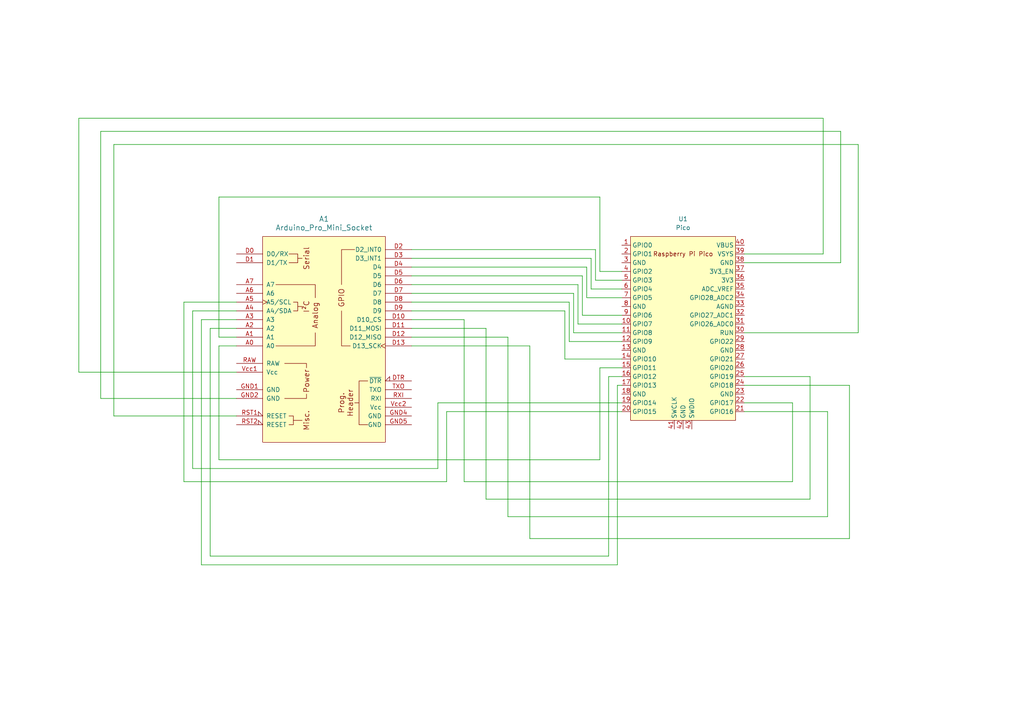
<source format=kicad_sch>
(kicad_sch (version 20231120) (generator "eeschema") (generator_version "8.0")
  (paper "A4")
  (title_block (title "MZ80K_SD_Pico2 / PC8001_SD_Pico2"))
  (lib_symbols
    (symbol "MCU_RaspberryPi_and_Boards:Pico"
      (property "Reference" "U" (at -13.97 27.94 0))
      (property "Value" "Pico" (at 0 19.05 0))
      (symbol "Pico_0_0"
        (text "Raspberry Pi Pico" (at 0 21.59 0) (effects (font (size 1.27 1.27))))
      )
      (symbol "Pico_0_1"
        (rectangle (start -15.24 26.67) (end 15.24 -26.67) (fill (type background)))
      )
      (symbol "Pico_1_1"
        (pin bidirectional line (at -17.78 24.13 0) (length 2.54) (name "GPIO0") (number "1"))
        (pin bidirectional line (at -17.78 1.27 0) (length 2.54) (name "GPIO7") (number "10"))
        (pin bidirectional line (at -17.78 -1.27 0) (length 2.54) (name "GPIO8") (number "11"))
        (pin bidirectional line (at -17.78 -3.81 0) (length 2.54) (name "GPIO9") (number "12"))
        (pin power_in line (at -17.78 -6.35 0) (length 2.54) (name "GND") (number "13"))
        (pin bidirectional line (at -17.78 -8.89 0) (length 2.54) (name "GPIO10") (number "14"))
        (pin bidirectional line (at -17.78 -11.43 0) (length 2.54) (name "GPIO11") (number "15"))
        (pin bidirectional line (at -17.78 -13.97 0) (length 2.54) (name "GPIO12") (number "16"))
        (pin bidirectional line (at -17.78 -16.51 0) (length 2.54) (name "GPIO13") (number "17"))
        (pin power_in line (at -17.78 -19.05 0) (length 2.54) (name "GND") (number "18"))
        (pin bidirectional line (at -17.78 -21.59 0) (length 2.54) (name "GPIO14") (number "19"))
        (pin bidirectional line (at -17.78 21.59 0) (length 2.54) (name "GPIO1") (number "2"))
        (pin bidirectional line (at -17.78 -24.13 0) (length 2.54) (name "GPIO15") (number "20"))
        (pin bidirectional line (at 17.78 -24.13 180) (length 2.54) (name "GPIO16") (number "21"))
        (pin bidirectional line (at 17.78 -21.59 180) (length 2.54) (name "GPIO17") (number "22"))
        (pin power_in line (at 17.78 -19.05 180) (length 2.54) (name "GND") (number "23"))
        (pin bidirectional line (at 17.78 -16.51 180) (length 2.54) (name "GPIO18") (number "24"))
        (pin bidirectional line (at 17.78 -13.97 180) (length 2.54) (name "GPIO19") (number "25"))
        (pin bidirectional line (at 17.78 -11.43 180) (length 2.54) (name "GPIO20") (number "26"))
        (pin bidirectional line (at 17.78 -8.89 180) (length 2.54) (name "GPIO21") (number "27"))
        (pin power_in line (at 17.78 -6.35 180) (length 2.54) (name "GND") (number "28"))
        (pin bidirectional line (at 17.78 -3.81 180) (length 2.54) (name "GPIO22") (number "29"))
        (pin power_in line (at -17.78 19.05 0) (length 2.54) (name "GND") (number "3"))
        (pin input line (at 17.78 -1.27 180) (length 2.54) (name "RUN") (number "30"))
        (pin bidirectional line (at 17.78 1.27 180) (length 2.54) (name "GPIO26_ADC0") (number "31"))
        (pin bidirectional line (at 17.78 3.81 180) (length 2.54) (name "GPIO27_ADC1") (number "32"))
        (pin power_in line (at 17.78 6.35 180) (length 2.54) (name "AGND") (number "33"))
        (pin bidirectional line (at 17.78 8.89 180) (length 2.54) (name "GPIO28_ADC2") (number "34"))
        (pin power_in line (at 17.78 11.43 180) (length 2.54) (name "ADC_VREF") (number "35"))
        (pin power_in line (at 17.78 13.97 180) (length 2.54) (name "3V3") (number "36"))
        (pin input line (at 17.78 16.51 180) (length 2.54) (name "3V3_EN") (number "37"))
        (pin bidirectional line (at 17.78 19.05 180) (length 2.54) (name "GND") (number "38"))
        (pin power_in line (at 17.78 21.59 180) (length 2.54) (name "VSYS") (number "39"))
        (pin bidirectional line (at -17.78 16.51 0) (length 2.54) (name "GPIO2") (number "4"))
        (pin power_in line (at 17.78 24.13 180) (length 2.54) (name "VBUS") (number "40"))
        (pin input line (at -2.54 -29.21 90) (length 2.54) (name "SWCLK") (number "41"))
        (pin power_in line (at 0 -29.21 90) (length 2.54) (name "GND") (number "42"))
        (pin bidirectional line (at 2.54 -29.21 90) (length 2.54) (name "SWDIO") (number "43"))
        (pin bidirectional line (at -17.78 13.97 0) (length 2.54) (name "GPIO3") (number "5"))
        (pin bidirectional line (at -17.78 11.43 0) (length 2.54) (name "GPIO4") (number "6"))
        (pin bidirectional line (at -17.78 8.89 0) (length 2.54) (name "GPIO5") (number "7"))
        (pin power_in line (at -17.78 6.35 0) (length 2.54) (name "GND") (number "8"))
        (pin bidirectional line (at -17.78 3.81 0) (length 2.54) (name "GPIO6") (number "9"))
      )
    )
    (symbol "PCM_arduino-library:Arduino_Pro_Mini_Socket" (pin_names (offset 1.016))
      (property "Reference" "A" (at 0 36.83 0))
      (property "Value" "Arduino_Pro_Mini_Socket" (at 0 33.02 0))
      (symbol "Arduino_Pro_Mini_Socket_0_0"
        (rectangle (start -17.78 30.48) (end 17.78 -29.21) (fill (type background)))
        (polyline (pts (xy -7.62 10.16) (xy -6.35 10.16)))
        (polyline (pts (xy -7.62 24.13) (xy -6.35 24.13)))
        (polyline (pts (xy -6.35 -22.86) (xy -8.89 -22.86)))
        (polyline (pts (xy -11.43 -16.51) (xy -5.08 -16.51) (xy -5.08 -15.24)))
        (polyline (pts (xy -5.08 -7.62) (xy -5.08 -6.35) (xy -11.43 -6.35)))
        (polyline (pts (xy -2.54 2.54) (xy -2.54 -1.27) (xy -13.97 -1.27)))
        (polyline (pts (xy -2.54 12.7) (xy -2.54 16.51) (xy -13.97 16.51)))
        (polyline (pts (xy -10.16 25.4) (xy -7.62 25.4) (xy -7.62 22.86) (xy -10.16 22.86)))
        (polyline (pts (xy -8.89 11.43) (xy -7.62 11.43) (xy -7.62 8.89) (xy -8.89 8.89)))
        (polyline (pts (xy 12.7 -11.43) (xy 10.16 -11.43) (xy 10.16 -16.51) (xy 10.16 -17.78) (xy 8.89 -17.78) (xy 10.16 -17.78) (xy 10.16 -24.13) (xy 12.7 -24.13)))
        (text "Analog" (at -2.54 7.62 900) (effects (font (size 1.524 1.524))))
        (text "Header" (at 7.62 -17.78 900) (effects (font (size 1.524 1.524))))
        (text "I²C" (at -5.08 10.16 900) (effects (font (size 1.524 1.524))))
        (text "Misc." (at -5.08 -22.86 900) (effects (font (size 1.524 1.524))))
        (text "Power" (at -5.08 -11.43 900) (effects (font (size 1.524 1.524))))
        (text "Prog." (at 5.08 -17.78 900) (effects (font (size 1.524 1.524))))
        (text "Serial" (at -5.08 24.13 900) (effects (font (size 1.524 1.524))))
      )
      (symbol "Arduino_Pro_Mini_Socket_0_1"
        (polyline (pts (xy 7.62 -1.27) (xy 5.08 -1.27) (xy 5.08 8.89)))
        (polyline (pts (xy 8.89 26.67) (xy 5.08 26.67) (xy 5.08 16.51)))
        (polyline (pts (xy -10.16 -24.13) (xy -8.89 -24.13) (xy -8.89 -21.59) (xy -10.16 -21.59)))
      )
      (symbol "Arduino_Pro_Mini_Socket_1_0"
        (text "GPIO" (at 5.08 12.7 900) (effects (font (size 1.524 1.524))))
      )
      (symbol "Arduino_Pro_Mini_Socket_1_1"
        (pin bidirectional line (at -25.4 -1.27 0) (length 7.62) (name "A0") (number "A0"))
        (pin bidirectional line (at -25.4 1.27 0) (length 7.62) (name "A1") (number "A1"))
        (pin bidirectional line (at -25.4 3.81 0) (length 7.62) (name "A2") (number "A2"))
        (pin bidirectional line (at -25.4 6.35 0) (length 7.62) (name "A3") (number "A3"))
        (pin bidirectional line (at -25.4 8.89 0) (length 7.62) (name "A4/SDA") (number "A4"))
        (pin bidirectional clock (at -25.4 11.43 0) (length 7.62) (name "A5/SCL") (number "A5"))
        (pin input line (at -25.4 13.97 0) (length 7.62) (name "A6") (number "A6"))
        (pin input line (at -25.4 16.51 0) (length 7.62) (name "A7") (number "A7"))
        (pin bidirectional line (at -25.4 25.4 0) (length 7.62) (name "D0/RX") (number "D0"))
        (pin bidirectional line (at -25.4 22.86 0) (length 7.62) (name "D1/TX") (number "D1"))
        (pin bidirectional line (at 25.4 6.35 180) (length 7.62) (name "D10_CS") (number "D10"))
        (pin bidirectional line (at 25.4 3.81 180) (length 7.62) (name "D11_MOSI") (number "D11"))
        (pin bidirectional line (at 25.4 1.27 180) (length 7.62) (name "D12_MISO") (number "D12"))
        (pin bidirectional clock (at 25.4 -1.27 180) (length 7.62) (name "D13_SCK") (number "D13"))
        (pin bidirectional line (at 25.4 26.67 180) (length 7.62) (name "D2_INT0") (number "D2"))
        (pin bidirectional line (at 25.4 24.13 180) (length 7.62) (name "D3_INT1") (number "D3"))
        (pin bidirectional line (at 25.4 21.59 180) (length 7.62) (name "D4") (number "D4"))
        (pin bidirectional line (at 25.4 19.05 180) (length 7.62) (name "D5") (number "D5"))
        (pin bidirectional line (at 25.4 16.51 180) (length 7.62) (name "D6") (number "D6"))
        (pin bidirectional line (at 25.4 13.97 180) (length 7.62) (name "D7") (number "D7"))
        (pin bidirectional line (at 25.4 11.43 180) (length 7.62) (name "D8") (number "D8"))
        (pin bidirectional line (at 25.4 8.89 180) (length 7.62) (name "D9") (number "D9"))
        (pin input input_low (at 25.4 -11.43 180) (length 7.62) (name "~{DTR}") (number "DTR"))
        (pin power_in line (at -25.4 -13.97 0) (length 7.62) (name "GND") (number "GND1"))
        (pin power_in line (at -25.4 -16.51 0) (length 7.62) (name "GND") (number "GND2"))
        (pin power_in line (at 25.4 -21.59 180) (length 7.62) (name "GND") (number "GND4"))
        (pin power_in line (at 25.4 -24.13 180) (length 7.62) (name "GND") (number "GND5"))
        (pin power_in line (at -25.4 -6.35 0) (length 7.62) (name "RAW") (number "RAW"))
        (pin open_collector input_low (at -25.4 -21.59 0) (length 7.62) (name "RESET") (number "RST1"))
        (pin open_collector input_low (at -25.4 -24.13 0) (length 7.62) (name "RESET") (number "RST2"))
        (pin input line (at 25.4 -16.51 180) (length 7.62) (name "RXI") (number "RXI"))
        (pin output line (at 25.4 -13.97 180) (length 7.62) (name "TXO") (number "TXO"))
        (pin power_in line (at -25.4 -8.89 0) (length 7.62) (name "Vcc") (number "Vcc1"))
        (pin power_in line (at 25.4 -19.05 180) (length 7.62) (name "Vcc") (number "Vcc2"))
      )
    )
  )
  (wire (pts (xy 119.38 92.71) (xy 134.62 92.71)))
  (wire (pts (xy 173.99 133.35) (xy 173.99 106.68)))
  (wire (pts (xy 246.38 156.21) (xy 246.38 111.76)))
  (wire (pts (xy 165.1 99.06) (xy 180.34 99.06)))
  (wire (pts (xy 58.42 92.71) (xy 58.42 163.83)))
  (wire (pts (xy 68.58 92.71) (xy 58.42 92.71)))
  (wire (pts (xy 167.64 82.55) (xy 167.64 93.98)))
  (wire (pts (xy 165.1 87.63) (xy 165.1 99.06)))
  (wire (pts (xy 229.87 116.84) (xy 215.9 116.84)))
  (wire (pts (xy 179.07 163.83) (xy 179.07 111.76)))
  (wire (pts (xy 248.92 96.52) (xy 215.9 96.52)))
  (wire (pts (xy 147.32 97.79) (xy 147.32 149.86)))
  (wire (pts (xy 147.32 149.86) (xy 240.03 149.86)))
  (wire (pts (xy 168.91 80.01) (xy 168.91 91.44)))
  (wire (pts (xy 119.38 74.93) (xy 171.45 74.93)))
  (wire (pts (xy 234.95 109.22) (xy 215.9 109.22)))
  (wire (pts (xy 68.58 107.95) (xy 22.86 107.95)))
  (wire (pts (xy 240.03 149.86) (xy 240.03 119.38)))
  (wire (pts (xy 68.58 120.65) (xy 33.02 120.65)))
  (wire (pts (xy 63.5 100.33) (xy 63.5 133.35)))
  (wire (pts (xy 22.86 34.29) (xy 238.76 34.29)))
  (wire (pts (xy 129.54 139.7) (xy 129.54 119.38)))
  (wire (pts (xy 171.45 83.82) (xy 180.34 83.82)))
  (wire (pts (xy 68.58 90.17) (xy 55.88 90.17)))
  (wire (pts (xy 129.54 119.38) (xy 180.34 119.38)))
  (wire (pts (xy 29.21 38.1) (xy 243.84 38.1)))
  (wire (pts (xy 33.02 120.65) (xy 33.02 41.91)))
  (wire (pts (xy 238.76 34.29) (xy 238.76 73.66)))
  (wire (pts (xy 55.88 135.89) (xy 127 135.89)))
  (wire (pts (xy 176.53 109.22) (xy 180.34 109.22)))
  (wire (pts (xy 173.99 106.68) (xy 180.34 106.68)))
  (wire (pts (xy 153.67 100.33) (xy 153.67 156.21)))
  (wire (pts (xy 127 135.89) (xy 127 116.84)))
  (wire (pts (xy 119.38 100.33) (xy 153.67 100.33)))
  (wire (pts (xy 248.92 41.91) (xy 248.92 96.52)))
  (wire (pts (xy 163.83 104.14) (xy 180.34 104.14)))
  (wire (pts (xy 140.97 144.78) (xy 234.95 144.78)))
  (wire (pts (xy 119.38 87.63) (xy 165.1 87.63)))
  (wire (pts (xy 60.96 161.29) (xy 176.53 161.29)))
  (wire (pts (xy 170.18 86.36) (xy 180.34 86.36)))
  (wire (pts (xy 119.38 72.39) (xy 172.72 72.39)))
  (wire (pts (xy 53.34 87.63) (xy 53.34 139.7)))
  (wire (pts (xy 243.84 38.1) (xy 243.84 76.2)))
  (wire (pts (xy 140.97 95.25) (xy 140.97 144.78)))
  (wire (pts (xy 153.67 156.21) (xy 246.38 156.21)))
  (wire (pts (xy 171.45 74.93) (xy 171.45 83.82)))
  (wire (pts (xy 176.53 161.29) (xy 176.53 109.22)))
  (wire (pts (xy 172.72 72.39) (xy 172.72 81.28)))
  (wire (pts (xy 173.99 57.15) (xy 173.99 78.74)))
  (wire (pts (xy 166.37 85.09) (xy 166.37 96.52)))
  (wire (pts (xy 68.58 87.63) (xy 53.34 87.63)))
  (wire (pts (xy 163.83 90.17) (xy 163.83 104.14)))
  (wire (pts (xy 22.86 107.95) (xy 22.86 34.29)))
  (wire (pts (xy 166.37 96.52) (xy 180.34 96.52)))
  (wire (pts (xy 63.5 57.15) (xy 173.99 57.15)))
  (wire (pts (xy 33.02 41.91) (xy 248.92 41.91)))
  (wire (pts (xy 60.96 95.25) (xy 60.96 161.29)))
  (wire (pts (xy 68.58 95.25) (xy 60.96 95.25)))
  (wire (pts (xy 127 116.84) (xy 180.34 116.84)))
  (wire (pts (xy 167.64 93.98) (xy 180.34 93.98)))
  (wire (pts (xy 63.5 133.35) (xy 173.99 133.35)))
  (wire (pts (xy 119.38 97.79) (xy 147.32 97.79)))
  (wire (pts (xy 68.58 100.33) (xy 63.5 100.33)))
  (wire (pts (xy 238.76 73.66) (xy 215.9 73.66)))
  (wire (pts (xy 119.38 85.09) (xy 166.37 85.09)))
  (wire (pts (xy 243.84 76.2) (xy 215.9 76.2)))
  (wire (pts (xy 234.95 144.78) (xy 234.95 109.22)))
  (wire (pts (xy 55.88 90.17) (xy 55.88 135.89)))
  (wire (pts (xy 119.38 95.25) (xy 140.97 95.25)))
  (wire (pts (xy 68.58 97.79) (xy 63.5 97.79)))
  (wire (pts (xy 119.38 80.01) (xy 168.91 80.01)))
  (wire (pts (xy 29.21 115.57) (xy 29.21 38.1)))
  (wire (pts (xy 119.38 90.17) (xy 163.83 90.17)))
  (wire (pts (xy 119.38 82.55) (xy 167.64 82.55)))
  (wire (pts (xy 58.42 163.83) (xy 179.07 163.83)))
  (wire (pts (xy 170.18 77.47) (xy 170.18 86.36)))
  (wire (pts (xy 168.91 91.44) (xy 180.34 91.44)))
  (wire (pts (xy 134.62 139.7) (xy 229.87 139.7)))
  (wire (pts (xy 173.99 78.74) (xy 180.34 78.74)))
  (wire (pts (xy 229.87 139.7) (xy 229.87 116.84)))
  (wire (pts (xy 246.38 111.76) (xy 215.9 111.76)))
  (wire (pts (xy 179.07 111.76) (xy 180.34 111.76)))
  (wire (pts (xy 240.03 119.38) (xy 215.9 119.38)))
  (wire (pts (xy 63.5 97.79) (xy 63.5 57.15)))
  (wire (pts (xy 119.38 77.47) (xy 170.18 77.47)))
  (wire (pts (xy 134.62 92.71) (xy 134.62 139.7)))
  (wire (pts (xy 53.34 139.7) (xy 129.54 139.7)))
  (wire (pts (xy 29.21 115.57) (xy 68.58 115.57)))
  (wire (pts (xy 172.72 81.28) (xy 180.34 81.28)))
  (symbol (lib_id "PCM_arduino-library:Arduino_Pro_Mini_Socket") (at 93.98 99.06 0) (unit 1)
    (property "Reference" "A1" (at 93.98 63.5 0) (effects (font (size 1.524 1.524))))
    (property "Value" "Arduino_Pro_Mini_Socket" (at 93.98 66.04 0) (effects (font (size 1.524 1.524))))
    (property "Footprint" "PCM_arduino-library:Arduino_Pro_Mini_Socket_NoSPH_2" (effects (hide yes)))
    (property "Datasheet" "https://docs.arduino.cc/retired/boards/arduino-pro-mini" (effects (hide yes)))
    (property "Description" "Socket for Arduino Pro Mini" (effects (hide yes)))
  )
  (symbol (lib_id "MCU_RaspberryPi_and_Boards:Pico") (at 198.12 95.25 0) (unit 1)
    (property "Reference" "U1" (at 198.12 63.5 0))
    (property "Value" "Pico" (at 198.12 66.04 0))
    (property "Footprint" "RPi_Pico_SMD_TH_2" (effects (hide yes)))
  )
)
</source>
